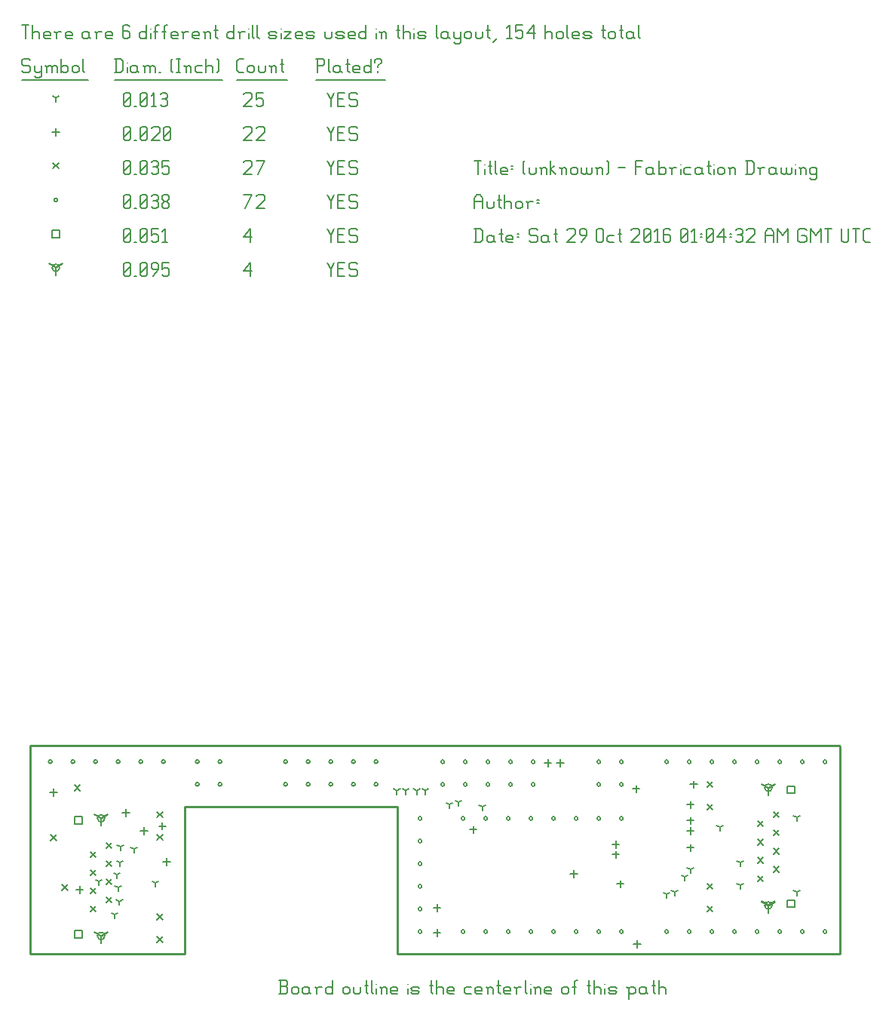
<source format=gbr>
G04 start of page 12 for group -3984 idx -3984 *
G04 Title: (unknown), fab *
G04 Creator: pcb 1.99z *
G04 CreationDate: Sat 29 Oct 2016 01:04:32 AM GMT UTC *
G04 For: commonadmin *
G04 Format: Gerber/RS-274X *
G04 PCB-Dimensions (mil): 4000.00 3000.00 *
G04 PCB-Coordinate-Origin: lower left *
%MOIN*%
%FSLAX25Y25*%
%LNFAB*%
%ADD94C,0.0100*%
%ADD93C,0.0075*%
%ADD92C,0.0060*%
%ADD91C,0.0001*%
%ADD90R,0.0080X0.0080*%
G54D90*X330000Y29547D02*Y26347D01*
G54D91*G36*
X329454Y29694D02*X332920Y31694D01*
X333320Y31001D01*
X329853Y29001D01*
X329454Y29694D01*
G37*
G36*
X330147Y29001D02*X326680Y31001D01*
X327080Y31694D01*
X330546Y29694D01*
X330147Y29001D01*
G37*
G54D90*X328400Y29547D02*G75*G03X331600Y29547I1600J0D01*G01*
G75*G03X328400Y29547I-1600J0D01*G01*
X330000Y81516D02*Y78316D01*
G54D91*G36*
X329454Y81662D02*X332920Y83662D01*
X333320Y82969D01*
X329853Y80969D01*
X329454Y81662D01*
G37*
G36*
X330147Y80969D02*X326680Y82969D01*
X327080Y83662D01*
X330546Y81662D01*
X330147Y80969D01*
G37*
G54D90*X328400Y81516D02*G75*G03X331600Y81516I1600J0D01*G01*
G75*G03X328400Y81516I-1600J0D01*G01*
X35000Y68031D02*Y64831D01*
G54D91*G36*
X34454Y68178D02*X37920Y70178D01*
X38320Y69485D01*
X34853Y67485D01*
X34454Y68178D01*
G37*
G36*
X35147Y67485D02*X31680Y69485D01*
X32080Y70178D01*
X35546Y68178D01*
X35147Y67485D01*
G37*
G54D90*X33400Y68031D02*G75*G03X36600Y68031I1600J0D01*G01*
G75*G03X33400Y68031I-1600J0D01*G01*
X35000Y16063D02*Y12863D01*
G54D91*G36*
X34454Y16210D02*X37920Y18209D01*
X38320Y17516D01*
X34853Y15517D01*
X34454Y16210D01*
G37*
G36*
X35147Y15517D02*X31680Y17516D01*
X32080Y18209D01*
X35546Y16210D01*
X35147Y15517D01*
G37*
G54D90*X33400Y16063D02*G75*G03X36600Y16063I1600J0D01*G01*
G75*G03X33400Y16063I-1600J0D01*G01*
X15000Y311250D02*Y308050D01*
G54D91*G36*
X14454Y311397D02*X17920Y313396D01*
X18320Y312703D01*
X14853Y310704D01*
X14454Y311397D01*
G37*
G36*
X15147Y310704D02*X11680Y312703D01*
X12080Y313396D01*
X15546Y311397D01*
X15147Y310704D01*
G37*
G54D90*X13400Y311250D02*G75*G03X16600Y311250I1600J0D01*G01*
G75*G03X13400Y311250I-1600J0D01*G01*
G54D92*X135000Y313500D02*X136500Y310500D01*
X138000Y313500D01*
X136500Y310500D02*Y307500D01*
X139800Y310800D02*X142050D01*
X139800Y307500D02*X142800D01*
X139800Y313500D02*Y307500D01*
Y313500D02*X142800D01*
X147600D02*X148350Y312750D01*
X145350Y313500D02*X147600D01*
X144600Y312750D02*X145350Y313500D01*
X144600Y312750D02*Y311250D01*
X145350Y310500D01*
X147600D01*
X148350Y309750D01*
Y308250D01*
X147600Y307500D02*X148350Y308250D01*
X145350Y307500D02*X147600D01*
X144600Y308250D02*X145350Y307500D01*
X98000Y309750D02*X101000Y313500D01*
X98000Y309750D02*X101750D01*
X101000Y313500D02*Y307500D01*
X45000Y308250D02*X45750Y307500D01*
X45000Y312750D02*Y308250D01*
Y312750D02*X45750Y313500D01*
X47250D01*
X48000Y312750D01*
Y308250D01*
X47250Y307500D02*X48000Y308250D01*
X45750Y307500D02*X47250D01*
X45000Y309000D02*X48000Y312000D01*
X49800Y307500D02*X50550D01*
X52350Y308250D02*X53100Y307500D01*
X52350Y312750D02*Y308250D01*
Y312750D02*X53100Y313500D01*
X54600D01*
X55350Y312750D01*
Y308250D01*
X54600Y307500D02*X55350Y308250D01*
X53100Y307500D02*X54600D01*
X52350Y309000D02*X55350Y312000D01*
X57900Y307500D02*X60150Y310500D01*
Y312750D02*Y310500D01*
X59400Y313500D02*X60150Y312750D01*
X57900Y313500D02*X59400D01*
X57150Y312750D02*X57900Y313500D01*
X57150Y312750D02*Y311250D01*
X57900Y310500D01*
X60150D01*
X61950Y313500D02*X64950D01*
X61950D02*Y310500D01*
X62700Y311250D01*
X64200D01*
X64950Y310500D01*
Y308250D01*
X64200Y307500D02*X64950Y308250D01*
X62700Y307500D02*X64200D01*
X61950Y308250D02*X62700Y307500D01*
X338439Y82328D02*X341639D01*
X338439D02*Y79128D01*
X341639D01*
Y82328D02*Y79128D01*
X338439Y31935D02*X341639D01*
X338439D02*Y28735D01*
X341639D01*
Y31935D02*Y28735D01*
X23361Y18450D02*X26561D01*
X23361D02*Y15250D01*
X26561D01*
Y18450D02*Y15250D01*
X23361Y68844D02*X26561D01*
X23361D02*Y65644D01*
X26561D01*
Y68844D02*Y65644D01*
X13400Y327850D02*X16600D01*
X13400D02*Y324650D01*
X16600D01*
Y327850D02*Y324650D01*
X135000Y328500D02*X136500Y325500D01*
X138000Y328500D01*
X136500Y325500D02*Y322500D01*
X139800Y325800D02*X142050D01*
X139800Y322500D02*X142800D01*
X139800Y328500D02*Y322500D01*
Y328500D02*X142800D01*
X147600D02*X148350Y327750D01*
X145350Y328500D02*X147600D01*
X144600Y327750D02*X145350Y328500D01*
X144600Y327750D02*Y326250D01*
X145350Y325500D01*
X147600D01*
X148350Y324750D01*
Y323250D01*
X147600Y322500D02*X148350Y323250D01*
X145350Y322500D02*X147600D01*
X144600Y323250D02*X145350Y322500D01*
X98000Y324750D02*X101000Y328500D01*
X98000Y324750D02*X101750D01*
X101000Y328500D02*Y322500D01*
X45000Y323250D02*X45750Y322500D01*
X45000Y327750D02*Y323250D01*
Y327750D02*X45750Y328500D01*
X47250D01*
X48000Y327750D01*
Y323250D01*
X47250Y322500D02*X48000Y323250D01*
X45750Y322500D02*X47250D01*
X45000Y324000D02*X48000Y327000D01*
X49800Y322500D02*X50550D01*
X52350Y323250D02*X53100Y322500D01*
X52350Y327750D02*Y323250D01*
Y327750D02*X53100Y328500D01*
X54600D01*
X55350Y327750D01*
Y323250D01*
X54600Y322500D02*X55350Y323250D01*
X53100Y322500D02*X54600D01*
X52350Y324000D02*X55350Y327000D01*
X57150Y328500D02*X60150D01*
X57150D02*Y325500D01*
X57900Y326250D01*
X59400D01*
X60150Y325500D01*
Y323250D01*
X59400Y322500D02*X60150Y323250D01*
X57900Y322500D02*X59400D01*
X57150Y323250D02*X57900Y322500D01*
X61950Y327300D02*X63150Y328500D01*
Y322500D01*
X61950D02*X64200D01*
X254200Y93031D02*G75*G03X255800Y93031I800J0D01*G01*
G75*G03X254200Y93031I-800J0D01*G01*
Y83031D02*G75*G03X255800Y83031I800J0D01*G01*
G75*G03X254200Y83031I-800J0D01*G01*
X264200D02*G75*G03X265800Y83031I800J0D01*G01*
G75*G03X264200Y83031I-800J0D01*G01*
Y93031D02*G75*G03X265800Y93031I800J0D01*G01*
G75*G03X264200Y93031I-800J0D01*G01*
X76700D02*G75*G03X78300Y93031I800J0D01*G01*
G75*G03X76700Y93031I-800J0D01*G01*
Y83031D02*G75*G03X78300Y83031I800J0D01*G01*
G75*G03X76700Y83031I-800J0D01*G01*
X86700D02*G75*G03X88300Y83031I800J0D01*G01*
G75*G03X86700Y83031I-800J0D01*G01*
Y93031D02*G75*G03X88300Y93031I800J0D01*G01*
G75*G03X86700Y93031I-800J0D01*G01*
X11700D02*G75*G03X13300Y93031I800J0D01*G01*
G75*G03X11700Y93031I-800J0D01*G01*
X21700D02*G75*G03X23300Y93031I800J0D01*G01*
G75*G03X21700Y93031I-800J0D01*G01*
X31700D02*G75*G03X33300Y93031I800J0D01*G01*
G75*G03X31700Y93031I-800J0D01*G01*
X41700D02*G75*G03X43300Y93031I800J0D01*G01*
G75*G03X41700Y93031I-800J0D01*G01*
X51700D02*G75*G03X53300Y93031I800J0D01*G01*
G75*G03X51700Y93031I-800J0D01*G01*
X61700D02*G75*G03X63300Y93031I800J0D01*G01*
G75*G03X61700Y93031I-800J0D01*G01*
X185200Y83031D02*G75*G03X186800Y83031I800J0D01*G01*
G75*G03X185200Y83031I-800J0D01*G01*
Y93031D02*G75*G03X186800Y93031I800J0D01*G01*
G75*G03X185200Y93031I-800J0D01*G01*
X195200Y83031D02*G75*G03X196800Y83031I800J0D01*G01*
G75*G03X195200Y83031I-800J0D01*G01*
Y93031D02*G75*G03X196800Y93031I800J0D01*G01*
G75*G03X195200Y93031I-800J0D01*G01*
X205200Y83031D02*G75*G03X206800Y83031I800J0D01*G01*
G75*G03X205200Y83031I-800J0D01*G01*
Y93031D02*G75*G03X206800Y93031I800J0D01*G01*
G75*G03X205200Y93031I-800J0D01*G01*
X215200Y83031D02*G75*G03X216800Y83031I800J0D01*G01*
G75*G03X215200Y83031I-800J0D01*G01*
Y93031D02*G75*G03X216800Y93031I800J0D01*G01*
G75*G03X215200Y93031I-800J0D01*G01*
X225200Y83031D02*G75*G03X226800Y83031I800J0D01*G01*
G75*G03X225200Y83031I-800J0D01*G01*
Y93031D02*G75*G03X226800Y93031I800J0D01*G01*
G75*G03X225200Y93031I-800J0D01*G01*
X115700Y83031D02*G75*G03X117300Y83031I800J0D01*G01*
G75*G03X115700Y83031I-800J0D01*G01*
Y93031D02*G75*G03X117300Y93031I800J0D01*G01*
G75*G03X115700Y93031I-800J0D01*G01*
X125700Y83031D02*G75*G03X127300Y83031I800J0D01*G01*
G75*G03X125700Y83031I-800J0D01*G01*
Y93031D02*G75*G03X127300Y93031I800J0D01*G01*
G75*G03X125700Y93031I-800J0D01*G01*
X135700Y83031D02*G75*G03X137300Y83031I800J0D01*G01*
G75*G03X135700Y83031I-800J0D01*G01*
Y93031D02*G75*G03X137300Y93031I800J0D01*G01*
G75*G03X135700Y93031I-800J0D01*G01*
X145700Y83031D02*G75*G03X147300Y83031I800J0D01*G01*
G75*G03X145700Y83031I-800J0D01*G01*
Y93031D02*G75*G03X147300Y93031I800J0D01*G01*
G75*G03X145700Y93031I-800J0D01*G01*
X155700Y83031D02*G75*G03X157300Y83031I800J0D01*G01*
G75*G03X155700Y83031I-800J0D01*G01*
Y93031D02*G75*G03X157300Y93031I800J0D01*G01*
G75*G03X155700Y93031I-800J0D01*G01*
X354200Y18031D02*G75*G03X355800Y18031I800J0D01*G01*
G75*G03X354200Y18031I-800J0D01*G01*
X344200D02*G75*G03X345800Y18031I800J0D01*G01*
G75*G03X344200Y18031I-800J0D01*G01*
X334200D02*G75*G03X335800Y18031I800J0D01*G01*
G75*G03X334200Y18031I-800J0D01*G01*
X324200D02*G75*G03X325800Y18031I800J0D01*G01*
G75*G03X324200Y18031I-800J0D01*G01*
X314200D02*G75*G03X315800Y18031I800J0D01*G01*
G75*G03X314200Y18031I-800J0D01*G01*
X304200D02*G75*G03X305800Y18031I800J0D01*G01*
G75*G03X304200Y18031I-800J0D01*G01*
X294200D02*G75*G03X295800Y18031I800J0D01*G01*
G75*G03X294200Y18031I-800J0D01*G01*
X284200D02*G75*G03X285800Y18031I800J0D01*G01*
G75*G03X284200Y18031I-800J0D01*G01*
X354200Y93031D02*G75*G03X355800Y93031I800J0D01*G01*
G75*G03X354200Y93031I-800J0D01*G01*
X344200D02*G75*G03X345800Y93031I800J0D01*G01*
G75*G03X344200Y93031I-800J0D01*G01*
X334200D02*G75*G03X335800Y93031I800J0D01*G01*
G75*G03X334200Y93031I-800J0D01*G01*
X324200D02*G75*G03X325800Y93031I800J0D01*G01*
G75*G03X324200Y93031I-800J0D01*G01*
X314200D02*G75*G03X315800Y93031I800J0D01*G01*
G75*G03X314200Y93031I-800J0D01*G01*
X304200D02*G75*G03X305800Y93031I800J0D01*G01*
G75*G03X304200Y93031I-800J0D01*G01*
X294200D02*G75*G03X295800Y93031I800J0D01*G01*
G75*G03X294200Y93031I-800J0D01*G01*
X284200D02*G75*G03X285800Y93031I800J0D01*G01*
G75*G03X284200Y93031I-800J0D01*G01*
X264200Y18031D02*G75*G03X265800Y18031I800J0D01*G01*
G75*G03X264200Y18031I-800J0D01*G01*
X254200D02*G75*G03X255800Y18031I800J0D01*G01*
G75*G03X254200Y18031I-800J0D01*G01*
X244200D02*G75*G03X245800Y18031I800J0D01*G01*
G75*G03X244200Y18031I-800J0D01*G01*
X234200D02*G75*G03X235800Y18031I800J0D01*G01*
G75*G03X234200Y18031I-800J0D01*G01*
X224200D02*G75*G03X225800Y18031I800J0D01*G01*
G75*G03X224200Y18031I-800J0D01*G01*
X214200D02*G75*G03X215800Y18031I800J0D01*G01*
G75*G03X214200Y18031I-800J0D01*G01*
X204200D02*G75*G03X205800Y18031I800J0D01*G01*
G75*G03X204200Y18031I-800J0D01*G01*
X194200D02*G75*G03X195800Y18031I800J0D01*G01*
G75*G03X194200Y18031I-800J0D01*G01*
X264200Y68031D02*G75*G03X265800Y68031I800J0D01*G01*
G75*G03X264200Y68031I-800J0D01*G01*
X254200D02*G75*G03X255800Y68031I800J0D01*G01*
G75*G03X254200Y68031I-800J0D01*G01*
X244200D02*G75*G03X245800Y68031I800J0D01*G01*
G75*G03X244200Y68031I-800J0D01*G01*
X234200D02*G75*G03X235800Y68031I800J0D01*G01*
G75*G03X234200Y68031I-800J0D01*G01*
X224200D02*G75*G03X225800Y68031I800J0D01*G01*
G75*G03X224200Y68031I-800J0D01*G01*
X214200D02*G75*G03X215800Y68031I800J0D01*G01*
G75*G03X214200Y68031I-800J0D01*G01*
X204200D02*G75*G03X205800Y68031I800J0D01*G01*
G75*G03X204200Y68031I-800J0D01*G01*
X194200D02*G75*G03X195800Y68031I800J0D01*G01*
G75*G03X194200Y68031I-800J0D01*G01*
X175200D02*G75*G03X176800Y68031I800J0D01*G01*
G75*G03X175200Y68031I-800J0D01*G01*
Y58031D02*G75*G03X176800Y58031I800J0D01*G01*
G75*G03X175200Y58031I-800J0D01*G01*
Y48031D02*G75*G03X176800Y48031I800J0D01*G01*
G75*G03X175200Y48031I-800J0D01*G01*
Y38031D02*G75*G03X176800Y38031I800J0D01*G01*
G75*G03X175200Y38031I-800J0D01*G01*
Y28031D02*G75*G03X176800Y28031I800J0D01*G01*
G75*G03X175200Y28031I-800J0D01*G01*
Y18031D02*G75*G03X176800Y18031I800J0D01*G01*
G75*G03X175200Y18031I-800J0D01*G01*
X14200Y341250D02*G75*G03X15800Y341250I800J0D01*G01*
G75*G03X14200Y341250I-800J0D01*G01*
X135000Y343500D02*X136500Y340500D01*
X138000Y343500D01*
X136500Y340500D02*Y337500D01*
X139800Y340800D02*X142050D01*
X139800Y337500D02*X142800D01*
X139800Y343500D02*Y337500D01*
Y343500D02*X142800D01*
X147600D02*X148350Y342750D01*
X145350Y343500D02*X147600D01*
X144600Y342750D02*X145350Y343500D01*
X144600Y342750D02*Y341250D01*
X145350Y340500D01*
X147600D01*
X148350Y339750D01*
Y338250D01*
X147600Y337500D02*X148350Y338250D01*
X145350Y337500D02*X147600D01*
X144600Y338250D02*X145350Y337500D01*
X98750D02*X101750Y343500D01*
X98000D02*X101750D01*
X103550Y342750D02*X104300Y343500D01*
X106550D01*
X107300Y342750D01*
Y341250D01*
X103550Y337500D02*X107300Y341250D01*
X103550Y337500D02*X107300D01*
X45000Y338250D02*X45750Y337500D01*
X45000Y342750D02*Y338250D01*
Y342750D02*X45750Y343500D01*
X47250D01*
X48000Y342750D01*
Y338250D01*
X47250Y337500D02*X48000Y338250D01*
X45750Y337500D02*X47250D01*
X45000Y339000D02*X48000Y342000D01*
X49800Y337500D02*X50550D01*
X52350Y338250D02*X53100Y337500D01*
X52350Y342750D02*Y338250D01*
Y342750D02*X53100Y343500D01*
X54600D01*
X55350Y342750D01*
Y338250D01*
X54600Y337500D02*X55350Y338250D01*
X53100Y337500D02*X54600D01*
X52350Y339000D02*X55350Y342000D01*
X57150Y342750D02*X57900Y343500D01*
X59400D01*
X60150Y342750D01*
X59400Y337500D02*X60150Y338250D01*
X57900Y337500D02*X59400D01*
X57150Y338250D02*X57900Y337500D01*
Y340800D02*X59400D01*
X60150Y342750D02*Y341550D01*
Y340050D02*Y338250D01*
Y340050D02*X59400Y340800D01*
X60150Y341550D02*X59400Y340800D01*
X61950Y338250D02*X62700Y337500D01*
X61950Y339450D02*Y338250D01*
Y339450D02*X63000Y340500D01*
X63900D01*
X64950Y339450D01*
Y338250D01*
X64200Y337500D02*X64950Y338250D01*
X62700Y337500D02*X64200D01*
X61950Y341550D02*X63000Y340500D01*
X61950Y342750D02*Y341550D01*
Y342750D02*X62700Y343500D01*
X64200D01*
X64950Y342750D01*
Y341550D01*
X63900Y340500D02*X64950Y341550D01*
X12800Y60731D02*X15200Y58331D01*
X12800D02*X15200Y60731D01*
X17800Y38731D02*X20200Y36331D01*
X17800D02*X20200Y38731D01*
X23300Y82731D02*X25700Y80331D01*
X23300D02*X25700Y82731D01*
X302816Y39212D02*X305216Y36812D01*
X302816D02*X305216Y39212D01*
X302816Y74251D02*X305216Y71851D01*
X302816D02*X305216Y74251D01*
X302816Y29172D02*X305216Y26772D01*
X302816D02*X305216Y29172D01*
X302816Y84291D02*X305216Y81891D01*
X302816D02*X305216Y84291D01*
X325257Y42676D02*X327657Y40276D01*
X325257D02*X327657Y42676D01*
X325257Y50708D02*X327657Y48308D01*
X325257D02*X327657Y50708D01*
X325257Y66771D02*X327657Y64371D01*
X325257D02*X327657Y66771D01*
X325257Y58739D02*X327657Y56339D01*
X325257D02*X327657Y58739D01*
X332343Y70787D02*X334743Y68387D01*
X332343D02*X334743Y70787D01*
X332343Y62755D02*X334743Y60355D01*
X332343D02*X334743Y62755D01*
X332343Y46692D02*X334743Y44292D01*
X332343D02*X334743Y46692D01*
X332343Y54724D02*X334743Y52324D01*
X332343D02*X334743Y54724D01*
X59784Y60767D02*X62184Y58367D01*
X59784D02*X62184Y60767D01*
X59784Y25728D02*X62184Y23328D01*
X59784D02*X62184Y25728D01*
X59784Y70806D02*X62184Y68406D01*
X59784D02*X62184Y70806D01*
X59784Y15688D02*X62184Y13288D01*
X59784D02*X62184Y15688D01*
X37343Y57302D02*X39743Y54902D01*
X37343D02*X39743Y57302D01*
X37343Y49271D02*X39743Y46871D01*
X37343D02*X39743Y49271D01*
X37343Y33208D02*X39743Y30808D01*
X37343D02*X39743Y33208D01*
X37343Y41239D02*X39743Y38839D01*
X37343D02*X39743Y41239D01*
X30257Y29192D02*X32657Y26792D01*
X30257D02*X32657Y29192D01*
X30257Y37224D02*X32657Y34824D01*
X30257D02*X32657Y37224D01*
X30257Y53287D02*X32657Y50887D01*
X30257D02*X32657Y53287D01*
X30257Y45255D02*X32657Y42855D01*
X30257D02*X32657Y45255D01*
X13800Y357450D02*X16200Y355050D01*
X13800D02*X16200Y357450D01*
X135000Y358500D02*X136500Y355500D01*
X138000Y358500D01*
X136500Y355500D02*Y352500D01*
X139800Y355800D02*X142050D01*
X139800Y352500D02*X142800D01*
X139800Y358500D02*Y352500D01*
Y358500D02*X142800D01*
X147600D02*X148350Y357750D01*
X145350Y358500D02*X147600D01*
X144600Y357750D02*X145350Y358500D01*
X144600Y357750D02*Y356250D01*
X145350Y355500D01*
X147600D01*
X148350Y354750D01*
Y353250D01*
X147600Y352500D02*X148350Y353250D01*
X145350Y352500D02*X147600D01*
X144600Y353250D02*X145350Y352500D01*
X98000Y357750D02*X98750Y358500D01*
X101000D01*
X101750Y357750D01*
Y356250D01*
X98000Y352500D02*X101750Y356250D01*
X98000Y352500D02*X101750D01*
X104300D02*X107300Y358500D01*
X103550D02*X107300D01*
X45000Y353250D02*X45750Y352500D01*
X45000Y357750D02*Y353250D01*
Y357750D02*X45750Y358500D01*
X47250D01*
X48000Y357750D01*
Y353250D01*
X47250Y352500D02*X48000Y353250D01*
X45750Y352500D02*X47250D01*
X45000Y354000D02*X48000Y357000D01*
X49800Y352500D02*X50550D01*
X52350Y353250D02*X53100Y352500D01*
X52350Y357750D02*Y353250D01*
Y357750D02*X53100Y358500D01*
X54600D01*
X55350Y357750D01*
Y353250D01*
X54600Y352500D02*X55350Y353250D01*
X53100Y352500D02*X54600D01*
X52350Y354000D02*X55350Y357000D01*
X57150Y357750D02*X57900Y358500D01*
X59400D01*
X60150Y357750D01*
X59400Y352500D02*X60150Y353250D01*
X57900Y352500D02*X59400D01*
X57150Y353250D02*X57900Y352500D01*
Y355800D02*X59400D01*
X60150Y357750D02*Y356550D01*
Y355050D02*Y353250D01*
Y355050D02*X59400Y355800D01*
X60150Y356550D02*X59400Y355800D01*
X61950Y358500D02*X64950D01*
X61950D02*Y355500D01*
X62700Y356250D01*
X64200D01*
X64950Y355500D01*
Y353250D01*
X64200Y352500D02*X64950Y353250D01*
X62700Y352500D02*X64200D01*
X61950Y353250D02*X62700Y352500D01*
X25500Y38131D02*Y34931D01*
X23900Y36531D02*X27100D01*
X14000Y81131D02*Y77931D01*
X12400Y79531D02*X15600D01*
X46000Y72131D02*Y68931D01*
X44400Y70531D02*X47600D01*
X54000Y64046D02*Y60846D01*
X52400Y62446D02*X55600D01*
X62100Y66231D02*Y63031D01*
X60500Y64631D02*X63700D01*
X63900Y50431D02*Y47231D01*
X62300Y48831D02*X65500D01*
X183500Y30046D02*Y26846D01*
X181900Y28446D02*X185100D01*
X272000Y14131D02*Y10931D01*
X270400Y12531D02*X273600D01*
X183500Y19131D02*Y15931D01*
X181900Y17531D02*X185100D01*
X297000Y84631D02*Y81431D01*
X295400Y83031D02*X298600D01*
X271500Y82631D02*Y79431D01*
X269900Y81031D02*X273100D01*
X199500Y64631D02*Y61431D01*
X197900Y63031D02*X201100D01*
X232500Y94131D02*Y90931D01*
X230900Y92531D02*X234100D01*
X238000Y94131D02*Y90931D01*
X236400Y92531D02*X239600D01*
X264500Y40631D02*Y37431D01*
X262900Y39031D02*X266100D01*
X244000Y45131D02*Y41931D01*
X242400Y43531D02*X245600D01*
X295500Y64131D02*Y60931D01*
X293900Y62531D02*X297100D01*
X295500Y68631D02*Y65431D01*
X293900Y67031D02*X297100D01*
X295500Y75631D02*Y72431D01*
X293900Y74031D02*X297100D01*
X295500Y56631D02*Y53431D01*
X293900Y55031D02*X297100D01*
X262500Y58131D02*Y54931D01*
X260900Y56531D02*X264100D01*
X262500Y53631D02*Y50431D01*
X260900Y52031D02*X264100D01*
X15000Y372850D02*Y369650D01*
X13400Y371250D02*X16600D01*
X135000Y373500D02*X136500Y370500D01*
X138000Y373500D01*
X136500Y370500D02*Y367500D01*
X139800Y370800D02*X142050D01*
X139800Y367500D02*X142800D01*
X139800Y373500D02*Y367500D01*
Y373500D02*X142800D01*
X147600D02*X148350Y372750D01*
X145350Y373500D02*X147600D01*
X144600Y372750D02*X145350Y373500D01*
X144600Y372750D02*Y371250D01*
X145350Y370500D01*
X147600D01*
X148350Y369750D01*
Y368250D01*
X147600Y367500D02*X148350Y368250D01*
X145350Y367500D02*X147600D01*
X144600Y368250D02*X145350Y367500D01*
X98000Y372750D02*X98750Y373500D01*
X101000D01*
X101750Y372750D01*
Y371250D01*
X98000Y367500D02*X101750Y371250D01*
X98000Y367500D02*X101750D01*
X103550Y372750D02*X104300Y373500D01*
X106550D01*
X107300Y372750D01*
Y371250D01*
X103550Y367500D02*X107300Y371250D01*
X103550Y367500D02*X107300D01*
X45000Y368250D02*X45750Y367500D01*
X45000Y372750D02*Y368250D01*
Y372750D02*X45750Y373500D01*
X47250D01*
X48000Y372750D01*
Y368250D01*
X47250Y367500D02*X48000Y368250D01*
X45750Y367500D02*X47250D01*
X45000Y369000D02*X48000Y372000D01*
X49800Y367500D02*X50550D01*
X52350Y368250D02*X53100Y367500D01*
X52350Y372750D02*Y368250D01*
Y372750D02*X53100Y373500D01*
X54600D01*
X55350Y372750D01*
Y368250D01*
X54600Y367500D02*X55350Y368250D01*
X53100Y367500D02*X54600D01*
X52350Y369000D02*X55350Y372000D01*
X57150Y372750D02*X57900Y373500D01*
X60150D01*
X60900Y372750D01*
Y371250D01*
X57150Y367500D02*X60900Y371250D01*
X57150Y367500D02*X60900D01*
X62700Y368250D02*X63450Y367500D01*
X62700Y372750D02*Y368250D01*
Y372750D02*X63450Y373500D01*
X64950D01*
X65700Y372750D01*
Y368250D01*
X64950Y367500D02*X65700Y368250D01*
X63450Y367500D02*X64950D01*
X62700Y369000D02*X65700Y372000D01*
X59000Y39531D02*Y37931D01*
Y39531D02*X60387Y40331D01*
X59000Y39531D02*X57613Y40331D01*
X49500Y54531D02*Y52931D01*
Y54531D02*X50887Y55331D01*
X49500Y54531D02*X48113Y55331D01*
X43500Y55531D02*Y53931D01*
Y55531D02*X44887Y56331D01*
X43500Y55531D02*X42113Y56331D01*
X41000Y25531D02*Y23931D01*
Y25531D02*X42387Y26331D01*
X41000Y25531D02*X39613Y26331D01*
X42000Y43031D02*Y41431D01*
Y43031D02*X43387Y43831D01*
X42000Y43031D02*X40613Y43831D01*
X43100Y31331D02*Y29731D01*
Y31331D02*X44487Y32131D01*
X43100Y31331D02*X41713Y32131D01*
X42500Y37531D02*Y35931D01*
Y37531D02*X43887Y38331D01*
X42500Y37531D02*X41113Y38331D01*
X33900Y40131D02*Y38531D01*
Y40131D02*X35287Y40931D01*
X33900Y40131D02*X32513Y40931D01*
X43200Y48531D02*Y46931D01*
Y48531D02*X44587Y49331D01*
X43200Y48531D02*X41813Y49331D01*
X342500Y35531D02*Y33931D01*
Y35531D02*X343887Y36331D01*
X342500Y35531D02*X341113Y36331D01*
X342500Y68531D02*Y66931D01*
Y68531D02*X343887Y69331D01*
X342500Y68531D02*X341113Y69331D01*
X308500Y64031D02*Y62431D01*
Y64031D02*X309887Y64831D01*
X308500Y64031D02*X307113Y64831D01*
X317500Y38531D02*Y36931D01*
Y38531D02*X318887Y39331D01*
X317500Y38531D02*X316113Y39331D01*
X317500Y48531D02*Y46931D01*
Y48531D02*X318887Y49331D01*
X317500Y48531D02*X316113Y49331D01*
X288500Y35531D02*Y33931D01*
Y35531D02*X289887Y36331D01*
X288500Y35531D02*X287113Y36331D01*
X285000Y34531D02*Y32931D01*
Y34531D02*X286387Y35331D01*
X285000Y34531D02*X283613Y35331D01*
X293000Y42031D02*Y40431D01*
Y42031D02*X294387Y42831D01*
X293000Y42031D02*X291613Y42831D01*
X295500Y45531D02*Y43931D01*
Y45531D02*X296887Y46331D01*
X295500Y45531D02*X294113Y46331D01*
X169700Y80231D02*Y78631D01*
Y80231D02*X171087Y81031D01*
X169700Y80231D02*X168313Y81031D01*
X165800Y80231D02*Y78631D01*
Y80231D02*X167187Y81031D01*
X165800Y80231D02*X164413Y81031D01*
X178400Y80231D02*Y78631D01*
Y80231D02*X179787Y81031D01*
X178400Y80231D02*X177013Y81031D01*
X174500Y80231D02*Y78631D01*
Y80231D02*X175887Y81031D01*
X174500Y80231D02*X173113Y81031D01*
X189000Y74031D02*Y72431D01*
Y74031D02*X190387Y74831D01*
X189000Y74031D02*X187613Y74831D01*
X203500Y73031D02*Y71431D01*
Y73031D02*X204887Y73831D01*
X203500Y73031D02*X202113Y73831D01*
X193000Y75031D02*Y73431D01*
Y75031D02*X194387Y75831D01*
X193000Y75031D02*X191613Y75831D01*
X15000Y386250D02*Y384650D01*
Y386250D02*X16387Y387050D01*
X15000Y386250D02*X13613Y387050D01*
X135000Y388500D02*X136500Y385500D01*
X138000Y388500D01*
X136500Y385500D02*Y382500D01*
X139800Y385800D02*X142050D01*
X139800Y382500D02*X142800D01*
X139800Y388500D02*Y382500D01*
Y388500D02*X142800D01*
X147600D02*X148350Y387750D01*
X145350Y388500D02*X147600D01*
X144600Y387750D02*X145350Y388500D01*
X144600Y387750D02*Y386250D01*
X145350Y385500D01*
X147600D01*
X148350Y384750D01*
Y383250D01*
X147600Y382500D02*X148350Y383250D01*
X145350Y382500D02*X147600D01*
X144600Y383250D02*X145350Y382500D01*
X98000Y387750D02*X98750Y388500D01*
X101000D01*
X101750Y387750D01*
Y386250D01*
X98000Y382500D02*X101750Y386250D01*
X98000Y382500D02*X101750D01*
X103550Y388500D02*X106550D01*
X103550D02*Y385500D01*
X104300Y386250D01*
X105800D01*
X106550Y385500D01*
Y383250D01*
X105800Y382500D02*X106550Y383250D01*
X104300Y382500D02*X105800D01*
X103550Y383250D02*X104300Y382500D01*
X45000Y383250D02*X45750Y382500D01*
X45000Y387750D02*Y383250D01*
Y387750D02*X45750Y388500D01*
X47250D01*
X48000Y387750D01*
Y383250D01*
X47250Y382500D02*X48000Y383250D01*
X45750Y382500D02*X47250D01*
X45000Y384000D02*X48000Y387000D01*
X49800Y382500D02*X50550D01*
X52350Y383250D02*X53100Y382500D01*
X52350Y387750D02*Y383250D01*
Y387750D02*X53100Y388500D01*
X54600D01*
X55350Y387750D01*
Y383250D01*
X54600Y382500D02*X55350Y383250D01*
X53100Y382500D02*X54600D01*
X52350Y384000D02*X55350Y387000D01*
X57150Y387300D02*X58350Y388500D01*
Y382500D01*
X57150D02*X59400D01*
X61200Y387750D02*X61950Y388500D01*
X63450D01*
X64200Y387750D01*
X63450Y382500D02*X64200Y383250D01*
X61950Y382500D02*X63450D01*
X61200Y383250D02*X61950Y382500D01*
Y385800D02*X63450D01*
X64200Y387750D02*Y386550D01*
Y385050D02*Y383250D01*
Y385050D02*X63450Y385800D01*
X64200Y386550D02*X63450Y385800D01*
X3000Y403500D02*X3750Y402750D01*
X750Y403500D02*X3000D01*
X0Y402750D02*X750Y403500D01*
X0Y402750D02*Y401250D01*
X750Y400500D01*
X3000D01*
X3750Y399750D01*
Y398250D01*
X3000Y397500D02*X3750Y398250D01*
X750Y397500D02*X3000D01*
X0Y398250D02*X750Y397500D01*
X5550Y400500D02*Y398250D01*
X6300Y397500D01*
X8550Y400500D02*Y396000D01*
X7800Y395250D02*X8550Y396000D01*
X6300Y395250D02*X7800D01*
X5550Y396000D02*X6300Y395250D01*
Y397500D02*X7800D01*
X8550Y398250D01*
X11100Y399750D02*Y397500D01*
Y399750D02*X11850Y400500D01*
X12600D01*
X13350Y399750D01*
Y397500D01*
Y399750D02*X14100Y400500D01*
X14850D01*
X15600Y399750D01*
Y397500D01*
X10350Y400500D02*X11100Y399750D01*
X17400Y403500D02*Y397500D01*
Y398250D02*X18150Y397500D01*
X19650D01*
X20400Y398250D01*
Y399750D02*Y398250D01*
X19650Y400500D02*X20400Y399750D01*
X18150Y400500D02*X19650D01*
X17400Y399750D02*X18150Y400500D01*
X22200Y399750D02*Y398250D01*
Y399750D02*X22950Y400500D01*
X24450D01*
X25200Y399750D01*
Y398250D01*
X24450Y397500D02*X25200Y398250D01*
X22950Y397500D02*X24450D01*
X22200Y398250D02*X22950Y397500D01*
X27000Y403500D02*Y398250D01*
X27750Y397500D01*
X0Y394250D02*X29250D01*
X41750Y403500D02*Y397500D01*
X43700Y403500D02*X44750Y402450D01*
Y398550D01*
X43700Y397500D02*X44750Y398550D01*
X41000Y397500D02*X43700D01*
X41000Y403500D02*X43700D01*
G54D93*X46550Y402000D02*Y401850D01*
G54D92*Y399750D02*Y397500D01*
X50300Y400500D02*X51050Y399750D01*
X48800Y400500D02*X50300D01*
X48050Y399750D02*X48800Y400500D01*
X48050Y399750D02*Y398250D01*
X48800Y397500D01*
X51050Y400500D02*Y398250D01*
X51800Y397500D01*
X48800D02*X50300D01*
X51050Y398250D01*
X54350Y399750D02*Y397500D01*
Y399750D02*X55100Y400500D01*
X55850D01*
X56600Y399750D01*
Y397500D01*
Y399750D02*X57350Y400500D01*
X58100D01*
X58850Y399750D01*
Y397500D01*
X53600Y400500D02*X54350Y399750D01*
X60650Y397500D02*X61400D01*
X65900Y398250D02*X66650Y397500D01*
X65900Y402750D02*X66650Y403500D01*
X65900Y402750D02*Y398250D01*
X68450Y403500D02*X69950D01*
X69200D02*Y397500D01*
X68450D02*X69950D01*
X72500Y399750D02*Y397500D01*
Y399750D02*X73250Y400500D01*
X74000D01*
X74750Y399750D01*
Y397500D01*
X71750Y400500D02*X72500Y399750D01*
X77300Y400500D02*X79550D01*
X76550Y399750D02*X77300Y400500D01*
X76550Y399750D02*Y398250D01*
X77300Y397500D01*
X79550D01*
X81350Y403500D02*Y397500D01*
Y399750D02*X82100Y400500D01*
X83600D01*
X84350Y399750D01*
Y397500D01*
X86150Y403500D02*X86900Y402750D01*
Y398250D01*
X86150Y397500D02*X86900Y398250D01*
X41000Y394250D02*X88700D01*
X96050Y397500D02*X98000D01*
X95000Y398550D02*X96050Y397500D01*
X95000Y402450D02*Y398550D01*
Y402450D02*X96050Y403500D01*
X98000D01*
X99800Y399750D02*Y398250D01*
Y399750D02*X100550Y400500D01*
X102050D01*
X102800Y399750D01*
Y398250D01*
X102050Y397500D02*X102800Y398250D01*
X100550Y397500D02*X102050D01*
X99800Y398250D02*X100550Y397500D01*
X104600Y400500D02*Y398250D01*
X105350Y397500D01*
X106850D01*
X107600Y398250D01*
Y400500D02*Y398250D01*
X110150Y399750D02*Y397500D01*
Y399750D02*X110900Y400500D01*
X111650D01*
X112400Y399750D01*
Y397500D01*
X109400Y400500D02*X110150Y399750D01*
X114950Y403500D02*Y398250D01*
X115700Y397500D01*
X114200Y401250D02*X115700D01*
X95000Y394250D02*X117200D01*
X130750Y403500D02*Y397500D01*
X130000Y403500D02*X133000D01*
X133750Y402750D01*
Y401250D01*
X133000Y400500D02*X133750Y401250D01*
X130750Y400500D02*X133000D01*
X135550Y403500D02*Y398250D01*
X136300Y397500D01*
X140050Y400500D02*X140800Y399750D01*
X138550Y400500D02*X140050D01*
X137800Y399750D02*X138550Y400500D01*
X137800Y399750D02*Y398250D01*
X138550Y397500D01*
X140800Y400500D02*Y398250D01*
X141550Y397500D01*
X138550D02*X140050D01*
X140800Y398250D01*
X144100Y403500D02*Y398250D01*
X144850Y397500D01*
X143350Y401250D02*X144850D01*
X147100Y397500D02*X149350D01*
X146350Y398250D02*X147100Y397500D01*
X146350Y399750D02*Y398250D01*
Y399750D02*X147100Y400500D01*
X148600D01*
X149350Y399750D01*
X146350Y399000D02*X149350D01*
Y399750D02*Y399000D01*
X154150Y403500D02*Y397500D01*
X153400D02*X154150Y398250D01*
X151900Y397500D02*X153400D01*
X151150Y398250D02*X151900Y397500D01*
X151150Y399750D02*Y398250D01*
Y399750D02*X151900Y400500D01*
X153400D01*
X154150Y399750D01*
X157450Y400500D02*Y399750D01*
Y398250D02*Y397500D01*
X155950Y402750D02*Y402000D01*
Y402750D02*X156700Y403500D01*
X158200D01*
X158950Y402750D01*
Y402000D01*
X157450Y400500D02*X158950Y402000D01*
X130000Y394250D02*X160750D01*
X0Y418500D02*X3000D01*
X1500D02*Y412500D01*
X4800Y418500D02*Y412500D01*
Y414750D02*X5550Y415500D01*
X7050D01*
X7800Y414750D01*
Y412500D01*
X10350D02*X12600D01*
X9600Y413250D02*X10350Y412500D01*
X9600Y414750D02*Y413250D01*
Y414750D02*X10350Y415500D01*
X11850D01*
X12600Y414750D01*
X9600Y414000D02*X12600D01*
Y414750D02*Y414000D01*
X15150Y414750D02*Y412500D01*
Y414750D02*X15900Y415500D01*
X17400D01*
X14400D02*X15150Y414750D01*
X19950Y412500D02*X22200D01*
X19200Y413250D02*X19950Y412500D01*
X19200Y414750D02*Y413250D01*
Y414750D02*X19950Y415500D01*
X21450D01*
X22200Y414750D01*
X19200Y414000D02*X22200D01*
Y414750D02*Y414000D01*
X28950Y415500D02*X29700Y414750D01*
X27450Y415500D02*X28950D01*
X26700Y414750D02*X27450Y415500D01*
X26700Y414750D02*Y413250D01*
X27450Y412500D01*
X29700Y415500D02*Y413250D01*
X30450Y412500D01*
X27450D02*X28950D01*
X29700Y413250D01*
X33000Y414750D02*Y412500D01*
Y414750D02*X33750Y415500D01*
X35250D01*
X32250D02*X33000Y414750D01*
X37800Y412500D02*X40050D01*
X37050Y413250D02*X37800Y412500D01*
X37050Y414750D02*Y413250D01*
Y414750D02*X37800Y415500D01*
X39300D01*
X40050Y414750D01*
X37050Y414000D02*X40050D01*
Y414750D02*Y414000D01*
X46800Y418500D02*X47550Y417750D01*
X45300Y418500D02*X46800D01*
X44550Y417750D02*X45300Y418500D01*
X44550Y417750D02*Y413250D01*
X45300Y412500D01*
X46800Y415800D02*X47550Y415050D01*
X44550Y415800D02*X46800D01*
X45300Y412500D02*X46800D01*
X47550Y413250D01*
Y415050D02*Y413250D01*
X55050Y418500D02*Y412500D01*
X54300D02*X55050Y413250D01*
X52800Y412500D02*X54300D01*
X52050Y413250D02*X52800Y412500D01*
X52050Y414750D02*Y413250D01*
Y414750D02*X52800Y415500D01*
X54300D01*
X55050Y414750D01*
G54D93*X56850Y417000D02*Y416850D01*
G54D92*Y414750D02*Y412500D01*
X59100Y417750D02*Y412500D01*
Y417750D02*X59850Y418500D01*
X60600D01*
X58350Y415500D02*X59850D01*
X62850Y417750D02*Y412500D01*
Y417750D02*X63600Y418500D01*
X64350D01*
X62100Y415500D02*X63600D01*
X66600Y412500D02*X68850D01*
X65850Y413250D02*X66600Y412500D01*
X65850Y414750D02*Y413250D01*
Y414750D02*X66600Y415500D01*
X68100D01*
X68850Y414750D01*
X65850Y414000D02*X68850D01*
Y414750D02*Y414000D01*
X71400Y414750D02*Y412500D01*
Y414750D02*X72150Y415500D01*
X73650D01*
X70650D02*X71400Y414750D01*
X76200Y412500D02*X78450D01*
X75450Y413250D02*X76200Y412500D01*
X75450Y414750D02*Y413250D01*
Y414750D02*X76200Y415500D01*
X77700D01*
X78450Y414750D01*
X75450Y414000D02*X78450D01*
Y414750D02*Y414000D01*
X81000Y414750D02*Y412500D01*
Y414750D02*X81750Y415500D01*
X82500D01*
X83250Y414750D01*
Y412500D01*
X80250Y415500D02*X81000Y414750D01*
X85800Y418500D02*Y413250D01*
X86550Y412500D01*
X85050Y416250D02*X86550D01*
X93750Y418500D02*Y412500D01*
X93000D02*X93750Y413250D01*
X91500Y412500D02*X93000D01*
X90750Y413250D02*X91500Y412500D01*
X90750Y414750D02*Y413250D01*
Y414750D02*X91500Y415500D01*
X93000D01*
X93750Y414750D01*
X96300D02*Y412500D01*
Y414750D02*X97050Y415500D01*
X98550D01*
X95550D02*X96300Y414750D01*
G54D93*X100350Y417000D02*Y416850D01*
G54D92*Y414750D02*Y412500D01*
X101850Y418500D02*Y413250D01*
X102600Y412500D01*
X104100Y418500D02*Y413250D01*
X104850Y412500D01*
X109800D02*X112050D01*
X112800Y413250D01*
X112050Y414000D02*X112800Y413250D01*
X109800Y414000D02*X112050D01*
X109050Y414750D02*X109800Y414000D01*
X109050Y414750D02*X109800Y415500D01*
X112050D01*
X112800Y414750D01*
X109050Y413250D02*X109800Y412500D01*
G54D93*X114600Y417000D02*Y416850D01*
G54D92*Y414750D02*Y412500D01*
X116100Y415500D02*X119100D01*
X116100Y412500D02*X119100Y415500D01*
X116100Y412500D02*X119100D01*
X121650D02*X123900D01*
X120900Y413250D02*X121650Y412500D01*
X120900Y414750D02*Y413250D01*
Y414750D02*X121650Y415500D01*
X123150D01*
X123900Y414750D01*
X120900Y414000D02*X123900D01*
Y414750D02*Y414000D01*
X126450Y412500D02*X128700D01*
X129450Y413250D01*
X128700Y414000D02*X129450Y413250D01*
X126450Y414000D02*X128700D01*
X125700Y414750D02*X126450Y414000D01*
X125700Y414750D02*X126450Y415500D01*
X128700D01*
X129450Y414750D01*
X125700Y413250D02*X126450Y412500D01*
X133950Y415500D02*Y413250D01*
X134700Y412500D01*
X136200D01*
X136950Y413250D01*
Y415500D02*Y413250D01*
X139500Y412500D02*X141750D01*
X142500Y413250D01*
X141750Y414000D02*X142500Y413250D01*
X139500Y414000D02*X141750D01*
X138750Y414750D02*X139500Y414000D01*
X138750Y414750D02*X139500Y415500D01*
X141750D01*
X142500Y414750D01*
X138750Y413250D02*X139500Y412500D01*
X145050D02*X147300D01*
X144300Y413250D02*X145050Y412500D01*
X144300Y414750D02*Y413250D01*
Y414750D02*X145050Y415500D01*
X146550D01*
X147300Y414750D01*
X144300Y414000D02*X147300D01*
Y414750D02*Y414000D01*
X152100Y418500D02*Y412500D01*
X151350D02*X152100Y413250D01*
X149850Y412500D02*X151350D01*
X149100Y413250D02*X149850Y412500D01*
X149100Y414750D02*Y413250D01*
Y414750D02*X149850Y415500D01*
X151350D01*
X152100Y414750D01*
G54D93*X156600Y417000D02*Y416850D01*
G54D92*Y414750D02*Y412500D01*
X158850Y414750D02*Y412500D01*
Y414750D02*X159600Y415500D01*
X160350D01*
X161100Y414750D01*
Y412500D01*
X158100Y415500D02*X158850Y414750D01*
X166350Y418500D02*Y413250D01*
X167100Y412500D01*
X165600Y416250D02*X167100D01*
X168600Y418500D02*Y412500D01*
Y414750D02*X169350Y415500D01*
X170850D01*
X171600Y414750D01*
Y412500D01*
G54D93*X173400Y417000D02*Y416850D01*
G54D92*Y414750D02*Y412500D01*
X175650D02*X177900D01*
X178650Y413250D01*
X177900Y414000D02*X178650Y413250D01*
X175650Y414000D02*X177900D01*
X174900Y414750D02*X175650Y414000D01*
X174900Y414750D02*X175650Y415500D01*
X177900D01*
X178650Y414750D01*
X174900Y413250D02*X175650Y412500D01*
X183150Y418500D02*Y413250D01*
X183900Y412500D01*
X187650Y415500D02*X188400Y414750D01*
X186150Y415500D02*X187650D01*
X185400Y414750D02*X186150Y415500D01*
X185400Y414750D02*Y413250D01*
X186150Y412500D01*
X188400Y415500D02*Y413250D01*
X189150Y412500D01*
X186150D02*X187650D01*
X188400Y413250D01*
X190950Y415500D02*Y413250D01*
X191700Y412500D01*
X193950Y415500D02*Y411000D01*
X193200Y410250D02*X193950Y411000D01*
X191700Y410250D02*X193200D01*
X190950Y411000D02*X191700Y410250D01*
Y412500D02*X193200D01*
X193950Y413250D01*
X195750Y414750D02*Y413250D01*
Y414750D02*X196500Y415500D01*
X198000D01*
X198750Y414750D01*
Y413250D01*
X198000Y412500D02*X198750Y413250D01*
X196500Y412500D02*X198000D01*
X195750Y413250D02*X196500Y412500D01*
X200550Y415500D02*Y413250D01*
X201300Y412500D01*
X202800D01*
X203550Y413250D01*
Y415500D02*Y413250D01*
X206100Y418500D02*Y413250D01*
X206850Y412500D01*
X205350Y416250D02*X206850D01*
X208350Y411000D02*X209850Y412500D01*
X214350Y417300D02*X215550Y418500D01*
Y412500D01*
X214350D02*X216600D01*
X218400Y418500D02*X221400D01*
X218400D02*Y415500D01*
X219150Y416250D01*
X220650D01*
X221400Y415500D01*
Y413250D01*
X220650Y412500D02*X221400Y413250D01*
X219150Y412500D02*X220650D01*
X218400Y413250D02*X219150Y412500D01*
X223200Y414750D02*X226200Y418500D01*
X223200Y414750D02*X226950D01*
X226200Y418500D02*Y412500D01*
X231450Y418500D02*Y412500D01*
Y414750D02*X232200Y415500D01*
X233700D01*
X234450Y414750D01*
Y412500D01*
X236250Y414750D02*Y413250D01*
Y414750D02*X237000Y415500D01*
X238500D01*
X239250Y414750D01*
Y413250D01*
X238500Y412500D02*X239250Y413250D01*
X237000Y412500D02*X238500D01*
X236250Y413250D02*X237000Y412500D01*
X241050Y418500D02*Y413250D01*
X241800Y412500D01*
X244050D02*X246300D01*
X243300Y413250D02*X244050Y412500D01*
X243300Y414750D02*Y413250D01*
Y414750D02*X244050Y415500D01*
X245550D01*
X246300Y414750D01*
X243300Y414000D02*X246300D01*
Y414750D02*Y414000D01*
X248850Y412500D02*X251100D01*
X251850Y413250D01*
X251100Y414000D02*X251850Y413250D01*
X248850Y414000D02*X251100D01*
X248100Y414750D02*X248850Y414000D01*
X248100Y414750D02*X248850Y415500D01*
X251100D01*
X251850Y414750D01*
X248100Y413250D02*X248850Y412500D01*
X257100Y418500D02*Y413250D01*
X257850Y412500D01*
X256350Y416250D02*X257850D01*
X259350Y414750D02*Y413250D01*
Y414750D02*X260100Y415500D01*
X261600D01*
X262350Y414750D01*
Y413250D01*
X261600Y412500D02*X262350Y413250D01*
X260100Y412500D02*X261600D01*
X259350Y413250D02*X260100Y412500D01*
X264900Y418500D02*Y413250D01*
X265650Y412500D01*
X264150Y416250D02*X265650D01*
X269400Y415500D02*X270150Y414750D01*
X267900Y415500D02*X269400D01*
X267150Y414750D02*X267900Y415500D01*
X267150Y414750D02*Y413250D01*
X267900Y412500D01*
X270150Y415500D02*Y413250D01*
X270900Y412500D01*
X267900D02*X269400D01*
X270150Y413250D01*
X272700Y418500D02*Y413250D01*
X273450Y412500D01*
G54D94*X3500Y8031D02*X72000D01*
X361500D02*X166000D01*
X72000D02*Y73031D01*
X166000D01*
Y8031D01*
X3500D02*Y100000D01*
X72000Y100031D02*X3531D01*
X3500Y100000D01*
X361500Y8031D02*Y100000D01*
X72000Y100031D02*X361469D01*
X361500Y100000D01*
G54D92*X113675Y-9500D02*X116675D01*
X117425Y-8750D01*
Y-6950D02*Y-8750D01*
X116675Y-6200D02*X117425Y-6950D01*
X114425Y-6200D02*X116675D01*
X114425Y-3500D02*Y-9500D01*
X113675Y-3500D02*X116675D01*
X117425Y-4250D01*
Y-5450D01*
X116675Y-6200D02*X117425Y-5450D01*
X119225Y-7250D02*Y-8750D01*
Y-7250D02*X119975Y-6500D01*
X121475D01*
X122225Y-7250D01*
Y-8750D01*
X121475Y-9500D02*X122225Y-8750D01*
X119975Y-9500D02*X121475D01*
X119225Y-8750D02*X119975Y-9500D01*
X126275Y-6500D02*X127025Y-7250D01*
X124775Y-6500D02*X126275D01*
X124025Y-7250D02*X124775Y-6500D01*
X124025Y-7250D02*Y-8750D01*
X124775Y-9500D01*
X127025Y-6500D02*Y-8750D01*
X127775Y-9500D01*
X124775D02*X126275D01*
X127025Y-8750D01*
X130325Y-7250D02*Y-9500D01*
Y-7250D02*X131075Y-6500D01*
X132575D01*
X129575D02*X130325Y-7250D01*
X137375Y-3500D02*Y-9500D01*
X136625D02*X137375Y-8750D01*
X135125Y-9500D02*X136625D01*
X134375Y-8750D02*X135125Y-9500D01*
X134375Y-7250D02*Y-8750D01*
Y-7250D02*X135125Y-6500D01*
X136625D01*
X137375Y-7250D01*
X141875D02*Y-8750D01*
Y-7250D02*X142625Y-6500D01*
X144125D01*
X144875Y-7250D01*
Y-8750D01*
X144125Y-9500D02*X144875Y-8750D01*
X142625Y-9500D02*X144125D01*
X141875Y-8750D02*X142625Y-9500D01*
X146675Y-6500D02*Y-8750D01*
X147425Y-9500D01*
X148925D01*
X149675Y-8750D01*
Y-6500D02*Y-8750D01*
X152225Y-3500D02*Y-8750D01*
X152975Y-9500D01*
X151475Y-5750D02*X152975D01*
X154475Y-3500D02*Y-8750D01*
X155225Y-9500D01*
G54D93*X156725Y-5000D02*Y-5150D01*
G54D92*Y-7250D02*Y-9500D01*
X158975Y-7250D02*Y-9500D01*
Y-7250D02*X159725Y-6500D01*
X160475D01*
X161225Y-7250D01*
Y-9500D01*
X158225Y-6500D02*X158975Y-7250D01*
X163775Y-9500D02*X166025D01*
X163025Y-8750D02*X163775Y-9500D01*
X163025Y-7250D02*Y-8750D01*
Y-7250D02*X163775Y-6500D01*
X165275D01*
X166025Y-7250D01*
X163025Y-8000D02*X166025D01*
Y-7250D02*Y-8000D01*
G54D93*X170525Y-5000D02*Y-5150D01*
G54D92*Y-7250D02*Y-9500D01*
X172775D02*X175025D01*
X175775Y-8750D01*
X175025Y-8000D02*X175775Y-8750D01*
X172775Y-8000D02*X175025D01*
X172025Y-7250D02*X172775Y-8000D01*
X172025Y-7250D02*X172775Y-6500D01*
X175025D01*
X175775Y-7250D01*
X172025Y-8750D02*X172775Y-9500D01*
X181025Y-3500D02*Y-8750D01*
X181775Y-9500D01*
X180275Y-5750D02*X181775D01*
X183275Y-3500D02*Y-9500D01*
Y-7250D02*X184025Y-6500D01*
X185525D01*
X186275Y-7250D01*
Y-9500D01*
X188825D02*X191075D01*
X188075Y-8750D02*X188825Y-9500D01*
X188075Y-7250D02*Y-8750D01*
Y-7250D02*X188825Y-6500D01*
X190325D01*
X191075Y-7250D01*
X188075Y-8000D02*X191075D01*
Y-7250D02*Y-8000D01*
X196325Y-6500D02*X198575D01*
X195575Y-7250D02*X196325Y-6500D01*
X195575Y-7250D02*Y-8750D01*
X196325Y-9500D01*
X198575D01*
X201125D02*X203375D01*
X200375Y-8750D02*X201125Y-9500D01*
X200375Y-7250D02*Y-8750D01*
Y-7250D02*X201125Y-6500D01*
X202625D01*
X203375Y-7250D01*
X200375Y-8000D02*X203375D01*
Y-7250D02*Y-8000D01*
X205925Y-7250D02*Y-9500D01*
Y-7250D02*X206675Y-6500D01*
X207425D01*
X208175Y-7250D01*
Y-9500D01*
X205175Y-6500D02*X205925Y-7250D01*
X210725Y-3500D02*Y-8750D01*
X211475Y-9500D01*
X209975Y-5750D02*X211475D01*
X213725Y-9500D02*X215975D01*
X212975Y-8750D02*X213725Y-9500D01*
X212975Y-7250D02*Y-8750D01*
Y-7250D02*X213725Y-6500D01*
X215225D01*
X215975Y-7250D01*
X212975Y-8000D02*X215975D01*
Y-7250D02*Y-8000D01*
X218525Y-7250D02*Y-9500D01*
Y-7250D02*X219275Y-6500D01*
X220775D01*
X217775D02*X218525Y-7250D01*
X222575Y-3500D02*Y-8750D01*
X223325Y-9500D01*
G54D93*X224825Y-5000D02*Y-5150D01*
G54D92*Y-7250D02*Y-9500D01*
X227075Y-7250D02*Y-9500D01*
Y-7250D02*X227825Y-6500D01*
X228575D01*
X229325Y-7250D01*
Y-9500D01*
X226325Y-6500D02*X227075Y-7250D01*
X231875Y-9500D02*X234125D01*
X231125Y-8750D02*X231875Y-9500D01*
X231125Y-7250D02*Y-8750D01*
Y-7250D02*X231875Y-6500D01*
X233375D01*
X234125Y-7250D01*
X231125Y-8000D02*X234125D01*
Y-7250D02*Y-8000D01*
X238625Y-7250D02*Y-8750D01*
Y-7250D02*X239375Y-6500D01*
X240875D01*
X241625Y-7250D01*
Y-8750D01*
X240875Y-9500D02*X241625Y-8750D01*
X239375Y-9500D02*X240875D01*
X238625Y-8750D02*X239375Y-9500D01*
X244175Y-4250D02*Y-9500D01*
Y-4250D02*X244925Y-3500D01*
X245675D01*
X243425Y-6500D02*X244925D01*
X250625Y-3500D02*Y-8750D01*
X251375Y-9500D01*
X249875Y-5750D02*X251375D01*
X252875Y-3500D02*Y-9500D01*
Y-7250D02*X253625Y-6500D01*
X255125D01*
X255875Y-7250D01*
Y-9500D01*
G54D93*X257675Y-5000D02*Y-5150D01*
G54D92*Y-7250D02*Y-9500D01*
X259925D02*X262175D01*
X262925Y-8750D01*
X262175Y-8000D02*X262925Y-8750D01*
X259925Y-8000D02*X262175D01*
X259175Y-7250D02*X259925Y-8000D01*
X259175Y-7250D02*X259925Y-6500D01*
X262175D01*
X262925Y-7250D01*
X259175Y-8750D02*X259925Y-9500D01*
X268175Y-7250D02*Y-11750D01*
X267425Y-6500D02*X268175Y-7250D01*
X268925Y-6500D01*
X270425D01*
X271175Y-7250D01*
Y-8750D01*
X270425Y-9500D02*X271175Y-8750D01*
X268925Y-9500D02*X270425D01*
X268175Y-8750D02*X268925Y-9500D01*
X275225Y-6500D02*X275975Y-7250D01*
X273725Y-6500D02*X275225D01*
X272975Y-7250D02*X273725Y-6500D01*
X272975Y-7250D02*Y-8750D01*
X273725Y-9500D01*
X275975Y-6500D02*Y-8750D01*
X276725Y-9500D01*
X273725D02*X275225D01*
X275975Y-8750D01*
X279275Y-3500D02*Y-8750D01*
X280025Y-9500D01*
X278525Y-5750D02*X280025D01*
X281525Y-3500D02*Y-9500D01*
Y-7250D02*X282275Y-6500D01*
X283775D01*
X284525Y-7250D01*
Y-9500D01*
X200750Y328500D02*Y322500D01*
X202700Y328500D02*X203750Y327450D01*
Y323550D01*
X202700Y322500D02*X203750Y323550D01*
X200000Y322500D02*X202700D01*
X200000Y328500D02*X202700D01*
X207800Y325500D02*X208550Y324750D01*
X206300Y325500D02*X207800D01*
X205550Y324750D02*X206300Y325500D01*
X205550Y324750D02*Y323250D01*
X206300Y322500D01*
X208550Y325500D02*Y323250D01*
X209300Y322500D01*
X206300D02*X207800D01*
X208550Y323250D01*
X211850Y328500D02*Y323250D01*
X212600Y322500D01*
X211100Y326250D02*X212600D01*
X214850Y322500D02*X217100D01*
X214100Y323250D02*X214850Y322500D01*
X214100Y324750D02*Y323250D01*
Y324750D02*X214850Y325500D01*
X216350D01*
X217100Y324750D01*
X214100Y324000D02*X217100D01*
Y324750D02*Y324000D01*
X218900Y326250D02*X219650D01*
X218900Y324750D02*X219650D01*
X227150Y328500D02*X227900Y327750D01*
X224900Y328500D02*X227150D01*
X224150Y327750D02*X224900Y328500D01*
X224150Y327750D02*Y326250D01*
X224900Y325500D01*
X227150D01*
X227900Y324750D01*
Y323250D01*
X227150Y322500D02*X227900Y323250D01*
X224900Y322500D02*X227150D01*
X224150Y323250D02*X224900Y322500D01*
X231950Y325500D02*X232700Y324750D01*
X230450Y325500D02*X231950D01*
X229700Y324750D02*X230450Y325500D01*
X229700Y324750D02*Y323250D01*
X230450Y322500D01*
X232700Y325500D02*Y323250D01*
X233450Y322500D01*
X230450D02*X231950D01*
X232700Y323250D01*
X236000Y328500D02*Y323250D01*
X236750Y322500D01*
X235250Y326250D02*X236750D01*
X240950Y327750D02*X241700Y328500D01*
X243950D01*
X244700Y327750D01*
Y326250D01*
X240950Y322500D02*X244700Y326250D01*
X240950Y322500D02*X244700D01*
X247250D02*X249500Y325500D01*
Y327750D02*Y325500D01*
X248750Y328500D02*X249500Y327750D01*
X247250Y328500D02*X248750D01*
X246500Y327750D02*X247250Y328500D01*
X246500Y327750D02*Y326250D01*
X247250Y325500D01*
X249500D01*
X254000Y327750D02*Y323250D01*
Y327750D02*X254750Y328500D01*
X256250D01*
X257000Y327750D01*
Y323250D01*
X256250Y322500D02*X257000Y323250D01*
X254750Y322500D02*X256250D01*
X254000Y323250D02*X254750Y322500D01*
X259550Y325500D02*X261800D01*
X258800Y324750D02*X259550Y325500D01*
X258800Y324750D02*Y323250D01*
X259550Y322500D01*
X261800D01*
X264350Y328500D02*Y323250D01*
X265100Y322500D01*
X263600Y326250D02*X265100D01*
X269300Y327750D02*X270050Y328500D01*
X272300D01*
X273050Y327750D01*
Y326250D01*
X269300Y322500D02*X273050Y326250D01*
X269300Y322500D02*X273050D01*
X274850Y323250D02*X275600Y322500D01*
X274850Y327750D02*Y323250D01*
Y327750D02*X275600Y328500D01*
X277100D01*
X277850Y327750D01*
Y323250D01*
X277100Y322500D02*X277850Y323250D01*
X275600Y322500D02*X277100D01*
X274850Y324000D02*X277850Y327000D01*
X279650Y327300D02*X280850Y328500D01*
Y322500D01*
X279650D02*X281900D01*
X285950Y328500D02*X286700Y327750D01*
X284450Y328500D02*X285950D01*
X283700Y327750D02*X284450Y328500D01*
X283700Y327750D02*Y323250D01*
X284450Y322500D01*
X285950Y325800D02*X286700Y325050D01*
X283700Y325800D02*X285950D01*
X284450Y322500D02*X285950D01*
X286700Y323250D01*
Y325050D02*Y323250D01*
X291200D02*X291950Y322500D01*
X291200Y327750D02*Y323250D01*
Y327750D02*X291950Y328500D01*
X293450D01*
X294200Y327750D01*
Y323250D01*
X293450Y322500D02*X294200Y323250D01*
X291950Y322500D02*X293450D01*
X291200Y324000D02*X294200Y327000D01*
X296000Y327300D02*X297200Y328500D01*
Y322500D01*
X296000D02*X298250D01*
X300050Y326250D02*X300800D01*
X300050Y324750D02*X300800D01*
X302600Y323250D02*X303350Y322500D01*
X302600Y327750D02*Y323250D01*
Y327750D02*X303350Y328500D01*
X304850D01*
X305600Y327750D01*
Y323250D01*
X304850Y322500D02*X305600Y323250D01*
X303350Y322500D02*X304850D01*
X302600Y324000D02*X305600Y327000D01*
X307400Y324750D02*X310400Y328500D01*
X307400Y324750D02*X311150D01*
X310400Y328500D02*Y322500D01*
X312950Y326250D02*X313700D01*
X312950Y324750D02*X313700D01*
X315500Y327750D02*X316250Y328500D01*
X317750D01*
X318500Y327750D01*
X317750Y322500D02*X318500Y323250D01*
X316250Y322500D02*X317750D01*
X315500Y323250D02*X316250Y322500D01*
Y325800D02*X317750D01*
X318500Y327750D02*Y326550D01*
Y325050D02*Y323250D01*
Y325050D02*X317750Y325800D01*
X318500Y326550D02*X317750Y325800D01*
X320300Y327750D02*X321050Y328500D01*
X323300D01*
X324050Y327750D01*
Y326250D01*
X320300Y322500D02*X324050Y326250D01*
X320300Y322500D02*X324050D01*
X328550Y327000D02*Y322500D01*
Y327000D02*X329600Y328500D01*
X331250D01*
X332300Y327000D01*
Y322500D01*
X328550Y325500D02*X332300D01*
X334100Y328500D02*Y322500D01*
Y328500D02*X336350Y325500D01*
X338600Y328500D01*
Y322500D01*
X346100Y328500D02*X346850Y327750D01*
X343850Y328500D02*X346100D01*
X343100Y327750D02*X343850Y328500D01*
X343100Y327750D02*Y323250D01*
X343850Y322500D01*
X346100D01*
X346850Y323250D01*
Y324750D02*Y323250D01*
X346100Y325500D02*X346850Y324750D01*
X344600Y325500D02*X346100D01*
X348650Y328500D02*Y322500D01*
Y328500D02*X350900Y325500D01*
X353150Y328500D01*
Y322500D01*
X354950Y328500D02*X357950D01*
X356450D02*Y322500D01*
X362450Y328500D02*Y323250D01*
X363200Y322500D01*
X364700D01*
X365450Y323250D01*
Y328500D02*Y323250D01*
X367250Y328500D02*X370250D01*
X368750D02*Y322500D01*
X373100D02*X375050D01*
X372050Y323550D02*X373100Y322500D01*
X372050Y327450D02*Y323550D01*
Y327450D02*X373100Y328500D01*
X375050D01*
X200000Y342000D02*Y337500D01*
Y342000D02*X201050Y343500D01*
X202700D01*
X203750Y342000D01*
Y337500D01*
X200000Y340500D02*X203750D01*
X205550D02*Y338250D01*
X206300Y337500D01*
X207800D01*
X208550Y338250D01*
Y340500D02*Y338250D01*
X211100Y343500D02*Y338250D01*
X211850Y337500D01*
X210350Y341250D02*X211850D01*
X213350Y343500D02*Y337500D01*
Y339750D02*X214100Y340500D01*
X215600D01*
X216350Y339750D01*
Y337500D01*
X218150Y339750D02*Y338250D01*
Y339750D02*X218900Y340500D01*
X220400D01*
X221150Y339750D01*
Y338250D01*
X220400Y337500D02*X221150Y338250D01*
X218900Y337500D02*X220400D01*
X218150Y338250D02*X218900Y337500D01*
X223700Y339750D02*Y337500D01*
Y339750D02*X224450Y340500D01*
X225950D01*
X222950D02*X223700Y339750D01*
X227750Y341250D02*X228500D01*
X227750Y339750D02*X228500D01*
X200000Y358500D02*X203000D01*
X201500D02*Y352500D01*
G54D93*X204800Y357000D02*Y356850D01*
G54D92*Y354750D02*Y352500D01*
X207050Y358500D02*Y353250D01*
X207800Y352500D01*
X206300Y356250D02*X207800D01*
X209300Y358500D02*Y353250D01*
X210050Y352500D01*
X212300D02*X214550D01*
X211550Y353250D02*X212300Y352500D01*
X211550Y354750D02*Y353250D01*
Y354750D02*X212300Y355500D01*
X213800D01*
X214550Y354750D01*
X211550Y354000D02*X214550D01*
Y354750D02*Y354000D01*
X216350Y356250D02*X217100D01*
X216350Y354750D02*X217100D01*
X221600Y353250D02*X222350Y352500D01*
X221600Y357750D02*X222350Y358500D01*
X221600Y357750D02*Y353250D01*
X224150Y355500D02*Y353250D01*
X224900Y352500D01*
X226400D01*
X227150Y353250D01*
Y355500D02*Y353250D01*
X229700Y354750D02*Y352500D01*
Y354750D02*X230450Y355500D01*
X231200D01*
X231950Y354750D01*
Y352500D01*
X228950Y355500D02*X229700Y354750D01*
X233750Y358500D02*Y352500D01*
Y354750D02*X236000Y352500D01*
X233750Y354750D02*X235250Y356250D01*
X238550Y354750D02*Y352500D01*
Y354750D02*X239300Y355500D01*
X240050D01*
X240800Y354750D01*
Y352500D01*
X237800Y355500D02*X238550Y354750D01*
X242600D02*Y353250D01*
Y354750D02*X243350Y355500D01*
X244850D01*
X245600Y354750D01*
Y353250D01*
X244850Y352500D02*X245600Y353250D01*
X243350Y352500D02*X244850D01*
X242600Y353250D02*X243350Y352500D01*
X247400Y355500D02*Y353250D01*
X248150Y352500D01*
X248900D01*
X249650Y353250D01*
Y355500D02*Y353250D01*
X250400Y352500D01*
X251150D01*
X251900Y353250D01*
Y355500D02*Y353250D01*
X254450Y354750D02*Y352500D01*
Y354750D02*X255200Y355500D01*
X255950D01*
X256700Y354750D01*
Y352500D01*
X253700Y355500D02*X254450Y354750D01*
X258500Y358500D02*X259250Y357750D01*
Y353250D01*
X258500Y352500D02*X259250Y353250D01*
X263750Y355500D02*X266750D01*
X271250Y358500D02*Y352500D01*
Y358500D02*X274250D01*
X271250Y355800D02*X273500D01*
X278300Y355500D02*X279050Y354750D01*
X276800Y355500D02*X278300D01*
X276050Y354750D02*X276800Y355500D01*
X276050Y354750D02*Y353250D01*
X276800Y352500D01*
X279050Y355500D02*Y353250D01*
X279800Y352500D01*
X276800D02*X278300D01*
X279050Y353250D01*
X281600Y358500D02*Y352500D01*
Y353250D02*X282350Y352500D01*
X283850D01*
X284600Y353250D01*
Y354750D02*Y353250D01*
X283850Y355500D02*X284600Y354750D01*
X282350Y355500D02*X283850D01*
X281600Y354750D02*X282350Y355500D01*
X287150Y354750D02*Y352500D01*
Y354750D02*X287900Y355500D01*
X289400D01*
X286400D02*X287150Y354750D01*
G54D93*X291200Y357000D02*Y356850D01*
G54D92*Y354750D02*Y352500D01*
X293450Y355500D02*X295700D01*
X292700Y354750D02*X293450Y355500D01*
X292700Y354750D02*Y353250D01*
X293450Y352500D01*
X295700D01*
X299750Y355500D02*X300500Y354750D01*
X298250Y355500D02*X299750D01*
X297500Y354750D02*X298250Y355500D01*
X297500Y354750D02*Y353250D01*
X298250Y352500D01*
X300500Y355500D02*Y353250D01*
X301250Y352500D01*
X298250D02*X299750D01*
X300500Y353250D01*
X303800Y358500D02*Y353250D01*
X304550Y352500D01*
X303050Y356250D02*X304550D01*
G54D93*X306050Y357000D02*Y356850D01*
G54D92*Y354750D02*Y352500D01*
X307550Y354750D02*Y353250D01*
Y354750D02*X308300Y355500D01*
X309800D01*
X310550Y354750D01*
Y353250D01*
X309800Y352500D02*X310550Y353250D01*
X308300Y352500D02*X309800D01*
X307550Y353250D02*X308300Y352500D01*
X313100Y354750D02*Y352500D01*
Y354750D02*X313850Y355500D01*
X314600D01*
X315350Y354750D01*
Y352500D01*
X312350Y355500D02*X313100Y354750D01*
X320600Y358500D02*Y352500D01*
X322550Y358500D02*X323600Y357450D01*
Y353550D01*
X322550Y352500D02*X323600Y353550D01*
X319850Y352500D02*X322550D01*
X319850Y358500D02*X322550D01*
X326150Y354750D02*Y352500D01*
Y354750D02*X326900Y355500D01*
X328400D01*
X325400D02*X326150Y354750D01*
X332450Y355500D02*X333200Y354750D01*
X330950Y355500D02*X332450D01*
X330200Y354750D02*X330950Y355500D01*
X330200Y354750D02*Y353250D01*
X330950Y352500D01*
X333200Y355500D02*Y353250D01*
X333950Y352500D01*
X330950D02*X332450D01*
X333200Y353250D01*
X335750Y355500D02*Y353250D01*
X336500Y352500D01*
X337250D01*
X338000Y353250D01*
Y355500D02*Y353250D01*
X338750Y352500D01*
X339500D01*
X340250Y353250D01*
Y355500D02*Y353250D01*
G54D93*X342050Y357000D02*Y356850D01*
G54D92*Y354750D02*Y352500D01*
X344300Y354750D02*Y352500D01*
Y354750D02*X345050Y355500D01*
X345800D01*
X346550Y354750D01*
Y352500D01*
X343550Y355500D02*X344300Y354750D01*
X350600Y355500D02*X351350Y354750D01*
X349100Y355500D02*X350600D01*
X348350Y354750D02*X349100Y355500D01*
X348350Y354750D02*Y353250D01*
X349100Y352500D01*
X350600D01*
X351350Y353250D01*
X348350Y351000D02*X349100Y350250D01*
X350600D01*
X351350Y351000D01*
Y355500D02*Y351000D01*
M02*

</source>
